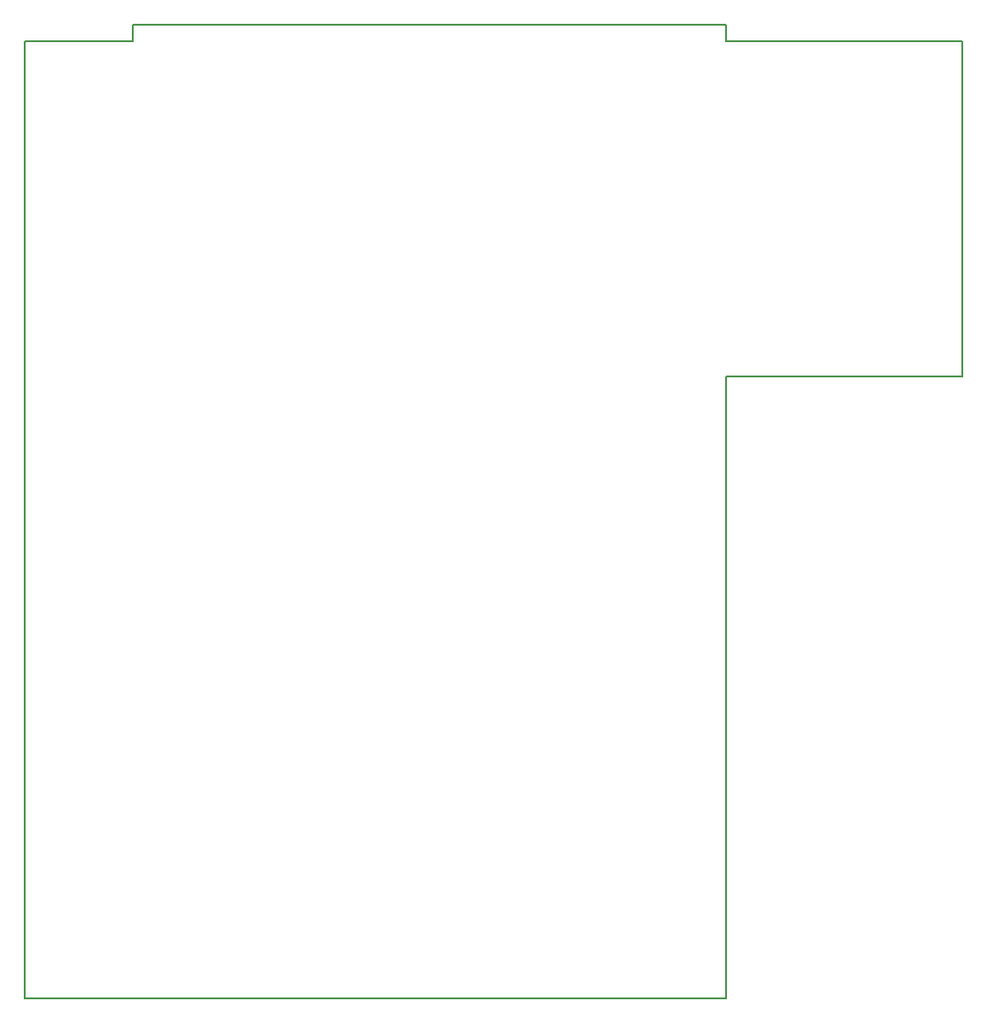
<source format=gko>
G04 project-name*
%FSLAX35Y35*%
%MOMM*%
%ADD10C,0.2*%
%LPD*%
D10*
X6492645Y16747353D02*
G01*
X6492645Y10997383D01*

%LPD*%
D10*
X6492645Y16747353D02*
G01*
X8672645Y16747353D01*

%LPD*%
D10*
X8672645Y19846788D02*
G01*
X8672645Y16746788D01*

%LPD*%
D10*
X6492645Y16747353D02*
G01*
X6492645Y10997383D01*

%LPD*%
D10*
X6492645Y16747353D02*
G01*
X8672645Y16747353D01*

%LPD*%
D10*
X8672645Y19847353D02*
G01*
X8672645Y16747353D01*

%LPD*%
D10*
X2645Y10997383D02*
G01*
X6492645Y10997383D01*

%LPD*%
D10*
X2645Y10997383D02*
G01*
X6492645Y10997383D01*

%LPD*%
D10*
X2645Y10997383D02*
G01*
X2645Y19847353D01*

%LPD*%
D10*
X6492645Y19997353D02*
G01*
X1002645Y19997353D01*

%LPD*%
D10*
X8672645Y19847353D02*
G01*
X6492645Y19847353D01*

%LPD*%
D10*
X6492645Y19997353D02*
G01*
X6492645Y19847353D01*

%LPD*%
D10*
X1002645Y19997353D02*
G01*
X1002645Y19847353D01*

%LPD*%
D10*
X2645Y19847353D02*
G01*
X1002645Y19847353D01*

%LPD*%
D10*
X1002645Y19996788D02*
G01*
X1002645Y19846788D01*

%LPD*%
D10*
X2645Y19847353D02*
G01*
X1002645Y19847353D01*

%LPD*%
D10*
X6492645Y19996788D02*
G01*
X6492645Y19846788D01*
M02*
</source>
